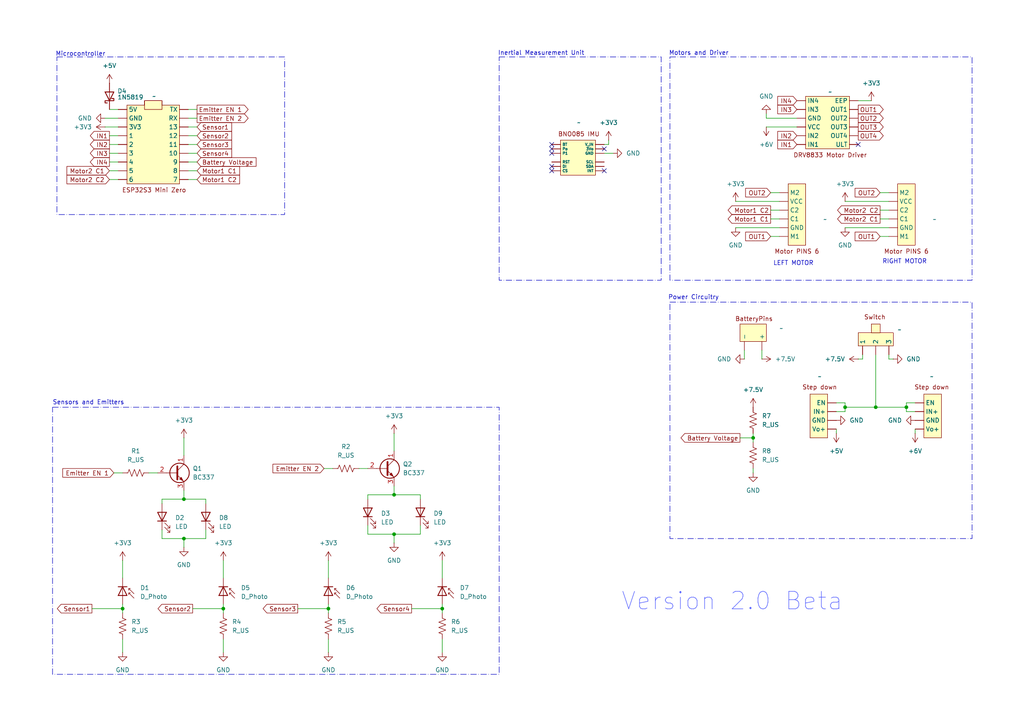
<source format=kicad_sch>
(kicad_sch (version 20250114) (generator "eeschema") (generator_version "9.0")
  (paper "A4")
  (lib_symbols
    (symbol "Device:D_Photo" (pin_numbers (hide yes)) (pin_names (hide yes))
      (property "Reference" "D" (at 0.508 1.778 0))
      (property "Value" "D_Photo" (at -1.016 -2.794 0))
      (symbol "D_Photo_0_1"
        (polyline (pts (xy -2.54 1.27) (xy -2.54 -1.27)) (stroke (width 0.254)))
        (polyline (pts (xy -2.032 1.778) (xy -1.524 1.778)))
        (polyline (pts (xy -0.508 3.302) (xy -2.032 1.778) (xy -2.032 2.286)))
        (polyline (pts (xy 0 0) (xy -2.54 0)))
        (polyline (pts (xy 0 -1.27) (xy 0 1.27) (xy -2.54 0) (xy 0 -1.27)) (stroke (width 0.254)))
        (polyline (pts (xy 0.762 3.302) (xy -0.762 1.778) (xy -0.762 2.286) (xy -0.762 1.778) (xy -0.254 1.778)))
      )
      (symbol "D_Photo_1_1"
        (pin passive line (at -5.08 0 0) (length 2.54) (name "K") (number "1"))
        (pin passive line (at 2.54 0 180) (length 2.54) (name "A") (number "2"))
      )
    )
    (symbol "Device:LED" (pin_numbers (hide yes)) (pin_names (offset 1.016) (hide yes))
      (property "Reference" "D" (at 0 2.54 0))
      (property "Value" "LED" (at 0 -2.54 0))
      (symbol "LED_0_1"
        (polyline (pts (xy -3.048 -0.762) (xy -4.572 -2.286) (xy -3.81 -2.286) (xy -4.572 -2.286) (xy -4.572 -1.524)))
        (polyline (pts (xy -1.778 -0.762) (xy -3.302 -2.286) (xy -2.54 -2.286) (xy -3.302 -2.286) (xy -3.302 -1.524)))
        (polyline (pts (xy -1.27 0) (xy 1.27 0)))
        (polyline (pts (xy -1.27 -1.27) (xy -1.27 1.27)) (stroke (width 0.254)))
        (polyline (pts (xy 1.27 -1.27) (xy 1.27 1.27) (xy -1.27 0) (xy 1.27 -1.27)) (stroke (width 0.254)))
      )
      (symbol "LED_1_1"
        (pin passive line (at -3.81 0 0) (length 2.54) (name "K") (number "1"))
        (pin passive line (at 3.81 0 180) (length 2.54) (name "A") (number "2"))
      )
    )
    (symbol "Device:R_US" (pin_numbers (hide yes)) (pin_names (offset 0))
      (property "Reference" "R" (at 2.54 0 90))
      (property "Value" "R_US" (at -2.54 0 90))
      (symbol "R_US_0_1"
        (polyline (pts (xy 0 2.286) (xy 0 2.54)))
        (polyline (pts (xy 0 2.286) (xy 1.016 1.905) (xy 0 1.524) (xy -1.016 1.143) (xy 0 0.762)))
        (polyline (pts (xy 0 0.762) (xy 1.016 0.381) (xy 0 0) (xy -1.016 -0.381) (xy 0 -0.762)))
        (polyline (pts (xy 0 -0.762) (xy 1.016 -1.143) (xy 0 -1.524) (xy -1.016 -1.905) (xy 0 -2.286)))
        (polyline (pts (xy 0 -2.286) (xy 0 -2.54)))
      )
      (symbol "R_US_1_1"
        (pin passive line (at 0 3.81 270) (length 1.27) (name "~") (number "1"))
        (pin passive line (at 0 -3.81 90) (length 1.27) (name "~") (number "2"))
      )
    )
    (symbol "Diode:1N5819" (pin_numbers (hide yes)) (pin_names (offset 1.016) (hide yes))
      (property "Reference" "D" (at 0 2.54 0))
      (property "Value" "1N5819" (at 0 -2.54 0))
      (symbol "1N5819_0_1"
        (polyline (pts (xy -1.905 0.635) (xy -1.905 1.27) (xy -1.27 1.27) (xy -1.27 -1.27) (xy -0.635 -1.27) (xy -0.635 -0.635)) (stroke (width 0.254)))
        (polyline (pts (xy 1.27 1.27) (xy 1.27 -1.27) (xy -1.27 0) (xy 1.27 1.27)) (stroke (width 0.254)))
        (polyline (pts (xy 1.27 0) (xy -1.27 0)))
      )
      (symbol "1N5819_1_1"
        (pin passive line (at -3.81 0 0) (length 2.54) (name "K") (number "1"))
        (pin passive line (at 3.81 0 180) (length 2.54) (name "A") (number "2"))
      )
    )
    (symbol "MotorPin6_1"
      (symbol "MotorPin6_1_1_1"
        (rectangle (start -2.54 15.24) (end 2.54 -2.54) (fill (type background)))
        (text "Motor PINS 6" (at 0 -4.318 0) (effects (font (size 1.27 1.27))))
        (pin passive line (at -5.08 12.7 0) (length 2.54) (name "M2") (number ""))
        (pin passive line (at -5.08 10.16 0) (length 2.54) (name "VCC") (number ""))
        (pin passive line (at -5.08 7.62 0) (length 2.54) (name "C2") (number ""))
        (pin passive line (at -5.08 5.08 0) (length 2.54) (name "C1") (number ""))
        (pin passive line (at -5.08 2.54 0) (length 2.54) (name "GND") (number ""))
        (pin passive line (at -5.08 0 0) (length 2.54) (name "M1") (number ""))
      )
    )
    (symbol "Step_down_1"
      (symbol "Step_down_1_1_1"
        (rectangle (start -5.08 21.59) (end 0 8.89) (fill (type background)))
        (text "Step down" (at -2.286 23.622 0) (effects (font (size 1.27 1.27))))
        (pin bidirectional line (at 2.54 19.05 180) (length 2.54) (name "EN") (number ""))
        (pin bidirectional line (at 2.54 16.51 180) (length 2.54) (name "IN+") (number ""))
        (pin bidirectional line (at 2.54 13.97 180) (length 2.54) (name "GND") (number ""))
        (pin bidirectional line (at 2.54 11.43 180) (length 2.54) (name "Vo+") (number ""))
      )
    )
    (symbol "Transistor_BJT:BC337" (pin_names (offset 0) (hide yes))
      (property "Reference" "Q" (at 5.08 1.905 0))
      (property "Value" "BC337" (at 5.08 0 0))
      (symbol "BC337_0_1"
        (polyline (pts (xy -2.54 0) (xy 0.635 0)))
        (polyline (pts (xy 0.635 1.905) (xy 0.635 -1.905)) (stroke (width 0.508)))
        (circle (center 1.27 0) (radius 2.8194) (stroke (width 0.254)))
      )
      (symbol "BC337_1_1"
        (polyline (pts (xy 0.635 0.635) (xy 2.54 2.54)))
        (polyline (pts (xy 0.635 -0.635) (xy 2.54 -2.54)))
        (polyline (pts (xy 1.27 -1.778) (xy 1.778 -1.27) (xy 2.286 -2.286) (xy 1.27 -1.778)) (fill (type outline)))
        (pin input line (at -5.08 0 0) (length 2.54) (name "B") (number "2"))
        (pin passive line (at 2.54 5.08 270) (length 2.54) (name "C") (number "1"))
        (pin passive line (at 2.54 -5.08 90) (length 2.54) (name "E") (number "3"))
      )
    )
    (symbol "Turbo_Custom_Library:BNO085_IMU"
      (symbol "BNO085_IMU_1_1"
        (rectangle (start -5.08 5.08) (end 5.08 -5.08) (fill (type background)))
        (text "BNO085 IMU" (at 0.254 6.858 0) (effects (font (size 1.27 1.27))))
        (pin bidirectional line (at -7.62 3.81 0) (length 2.54) (name "BT") (number ""))
        (pin bidirectional line (at -7.62 2.54 0) (length 2.54) (name "Po") (number ""))
        (pin bidirectional line (at -7.62 1.27 0) (length 2.54) (name "P1") (number ""))
        (pin bidirectional line (at -7.62 -1.27 0) (length 2.54) (name "RST") (number ""))
        (pin bidirectional line (at -7.62 -2.54 0) (length 2.54) (name "DI") (number ""))
        (pin bidirectional line (at -7.62 -3.81 0) (length 2.54) (name "CS") (number ""))
        (pin bidirectional line (at 7.62 3.81 180) (length 2.54) (name "V_IN") (number ""))
        (pin bidirectional line (at 7.62 2.54 180) (length 2.54) (name "3Vo") (number ""))
        (pin bidirectional line (at 7.62 1.27 180) (length 2.54) (name "GND") (number ""))
        (pin bidirectional line (at 7.62 -1.27 180) (length 2.54) (name "SCL") (number ""))
        (pin bidirectional line (at 7.62 -2.54 180) (length 2.54) (name "SDA") (number ""))
        (pin bidirectional line (at 7.62 -3.81 180) (length 2.54) (name "INT") (number ""))
      )
    )
    (symbol "Turbo_Custom_Library:Battery"
      (property "Reference" "U" (at 0 0 0))
      (symbol "Battery_1_1"
        (rectangle (start -3.81 2.54) (end 3.81 -2.54) (fill (type background)))
        (text "BatteryPins" (at 0.254 4.064 0) (effects (font (size 1.27 1.27))))
        (pin power_out line (at -2.54 -5.08 90) (length 2.54) (name "-") (number ""))
        (pin power_out line (at 2.54 -5.08 90) (length 2.54) (name "+") (number ""))
      )
    )
    (symbol "Turbo_Custom_Library:DRV8833_Motor_Driver"
      (symbol "DRV8833_Motor_Driver_1_1"
        (rectangle (start -6.35 16.51) (end 6.35 1.27) (fill (type background)))
        (text "DRV8833 Motor Driver" (at 0.762 -0.508 0) (effects (font (size 1.27 1.27))))
        (pin bidirectional line (at -8.89 15.24 0) (length 2.54) (name "IN4") (number ""))
        (pin bidirectional line (at -8.89 12.7 0) (length 2.54) (name "IN3") (number ""))
        (pin bidirectional line (at -8.89 10.16 0) (length 2.54) (name "GND") (number ""))
        (pin bidirectional line (at -8.89 7.62 0) (length 2.54) (name "VCC") (number ""))
        (pin bidirectional line (at -8.89 5.08 0) (length 2.54) (name "IN2") (number ""))
        (pin bidirectional line (at -8.89 2.54 0) (length 2.54) (name "IN1") (number ""))
        (pin bidirectional line (at 8.89 15.24 180) (length 2.54) (name "EEP") (number ""))
        (pin bidirectional line (at 8.89 12.7 180) (length 2.54) (name "OUT1") (number ""))
        (pin bidirectional line (at 8.89 10.16 180) (length 2.54) (name "OUT2") (number ""))
        (pin bidirectional line (at 8.89 7.62 180) (length 2.54) (name "OUT3") (number ""))
        (pin bidirectional line (at 8.89 5.08 180) (length 2.54) (name "OUT4") (number ""))
        (pin bidirectional line (at 8.89 2.54 180) (length 2.54) (name "ULT") (number ""))
      )
    )
    (symbol "Turbo_Custom_Library:ESP32S3_Mini_Zero"
      (symbol "ESP32S3_Mini_Zero_0_1"
        (rectangle (start -2.54 24.13) (end 2.54 21.59))
      )
      (symbol "ESP32S3_Mini_Zero_1_1"
        (polyline (pts (xy 2.54 22.86) (xy 7.62 22.86) (xy 7.62 0) (xy -7.62 0) (xy -7.62 22.86) (xy -2.54 22.86) (xy -2.54 24.13) (xy 2.54 24.13) (xy 2.54 22.86)) (fill (type background)))
        (text "ESP32S3 Mini Zero" (at 0.254 -1.778 0) (effects (font (size 1.27 1.27))))
        (pin bidirectional line (at -10.16 21.59 0) (length 2.54) (name "5V") (number ""))
        (pin bidirectional line (at -10.16 19.05 0) (length 2.54) (name "GND") (number ""))
        (pin bidirectional line (at -10.16 16.51 0) (length 2.54) (name "3V3") (number ""))
        (pin bidirectional line (at -10.16 13.97 0) (length 2.54) (name "1") (number ""))
        (pin bidirectional line (at -10.16 11.43 0) (length 2.54) (name "2") (number ""))
        (pin bidirectional line (at -10.16 8.89 0) (length 2.54) (name "3") (number ""))
        (pin bidirectional line (at -10.16 6.35 0) (length 2.54) (name "4") (number ""))
        (pin bidirectional line (at -10.16 3.81 0) (length 2.54) (name "5") (number ""))
        (pin bidirectional line (at -10.16 1.27 0) (length 2.54) (name "6") (number ""))
        (pin bidirectional line (at 10.16 21.59 180) (length 2.54) (name "TX") (number ""))
        (pin bidirectional line (at 10.16 19.05 180) (length 2.54) (name "RX") (number ""))
        (pin bidirectional line (at 10.16 16.51 180) (length 2.54) (name "13") (number ""))
        (pin bidirectional line (at 10.16 13.97 180) (length 2.54) (name "12") (number ""))
        (pin bidirectional line (at 10.16 11.43 180) (length 2.54) (name "11") (number ""))
        (pin bidirectional line (at 10.16 8.89 180) (length 2.54) (name "10") (number ""))
        (pin bidirectional line (at 10.16 6.35 180) (length 2.54) (name "9") (number ""))
        (pin bidirectional line (at 10.16 3.81 180) (length 2.54) (name "8") (number ""))
        (pin bidirectional line (at 10.16 1.27 180) (length 2.54) (name "7") (number ""))
      )
    )
    (symbol "Turbo_Custom_Library:MotorPin6"
      (symbol "MotorPin6_1_1"
        (rectangle (start -2.54 15.24) (end 2.54 -2.54) (fill (type background)))
        (text "Motor PINS 6" (at 0 -4.318 0) (effects (font (size 1.27 1.27))))
        (pin passive line (at -5.08 12.7 0) (length 2.54) (name "M2") (number ""))
        (pin passive line (at -5.08 10.16 0) (length 2.54) (name "VCC") (number ""))
        (pin passive line (at -5.08 7.62 0) (length 2.54) (name "C2") (number ""))
        (pin passive line (at -5.08 5.08 0) (length 2.54) (name "C1") (number ""))
        (pin passive line (at -5.08 2.54 0) (length 2.54) (name "GND") (number ""))
        (pin passive line (at -5.08 0 0) (length 2.54) (name "M1") (number ""))
      )
    )
    (symbol "Turbo_Custom_Library:Step_down"
      (symbol "Step_down_1_1"
        (rectangle (start -5.08 21.59) (end 0 8.89) (fill (type background)))
        (text "Step down" (at -2.286 23.622 0) (effects (font (size 1.27 1.27))))
        (pin bidirectional line (at 2.54 19.05 180) (length 2.54) (name "EN") (number ""))
        (pin bidirectional line (at 2.54 16.51 180) (length 2.54) (name "IN+") (number ""))
        (pin bidirectional line (at 2.54 13.97 180) (length 2.54) (name "GND") (number ""))
        (pin bidirectional line (at 2.54 11.43 180) (length 2.54) (name "Vo+") (number ""))
      )
    )
    (symbol "Turbo_Custom_Library:Switch"
      (property "Reference" "U" (at 2.54 1.27 0))
      (symbol "Switch_1_1"
        (rectangle (start -5.08 -1.27) (end 5.08 -5.08) (fill (type background)))
        (rectangle (start -1.27 1.27) (end 1.27 -1.27) (fill (type background)))
        (text "Switch" (at -0.254 3.302 0) (effects (font (size 1.27 1.27))))
        (pin passive line (at -3.81 -7.62 90) (length 2.54) (name "1") (number ""))
        (pin passive line (at 0 -7.62 90) (length 2.54) (name "2") (number ""))
        (pin passive line (at 3.81 -7.62 90) (length 2.54) (name "3") (number ""))
      )
    )
    (symbol "power:+3V3" (power) (pin_numbers (hide yes)) (pin_names (offset 0) (hide yes))
      (property "Value" "+3V3" (at 0 3.556 0))
      (symbol "+3V3_0_1"
        (polyline (pts (xy -0.762 1.27) (xy 0 2.54)))
        (polyline (pts (xy 0 2.54) (xy 0.762 1.27)))
        (polyline (pts (xy 0 0) (xy 0 2.54)))
      )
      (symbol "+3V3_1_1"
        (pin power_in line (at 0 0 90) (length 0) (name "~") (number "1"))
      )
    )
    (symbol "power:+5V" (power) (pin_numbers (hide yes)) (pin_names (offset 0) (hide yes))
      (property "Value" "+5V" (at 0 3.556 0))
      (symbol "+5V_0_1"
        (polyline (pts (xy -0.762 1.27) (xy 0 2.54)))
        (polyline (pts (xy 0 2.54) (xy 0.762 1.27)))
        (polyline (pts (xy 0 0) (xy 0 2.54)))
      )
      (symbol "+5V_1_1"
        (pin power_in line (at 0 0 90) (length 0) (name "~") (number "1"))
      )
    )
    (symbol "power:+6V" (power) (pin_numbers (hide yes)) (pin_names (offset 0) (hide yes))
      (property "Value" "+6V" (at 0 3.556 0))
      (symbol "+6V_0_1"
        (polyline (pts (xy -0.762 1.27) (xy 0 2.54)))
        (polyline (pts (xy 0 2.54) (xy 0.762 1.27)))
        (polyline (pts (xy 0 0) (xy 0 2.54)))
      )
      (symbol "+6V_1_1"
        (pin power_in line (at 0 0 90) (length 0) (name "~") (number "1"))
      )
    )
    (symbol "power:+7.5V" (power) (pin_numbers (hide yes)) (pin_names (offset 0) (hide yes))
      (property "Value" "+7.5V" (at 0 3.556 0))
      (symbol "+7.5V_0_1"
        (polyline (pts (xy -0.762 1.27) (xy 0 2.54)))
        (polyline (pts (xy 0 2.54) (xy 0.762 1.27)))
        (polyline (pts (xy 0 0) (xy 0 2.54)))
      )
      (symbol "+7.5V_1_1"
        (pin power_in line (at 0 0 90) (length 0) (name "~") (number "1"))
      )
    )
    (symbol "power:GND" (power) (pin_numbers (hide yes)) (pin_names (offset 0) (hide yes))
      (property "Value" "GND" (at 0 -3.81 0))
      (symbol "GND_0_1"
        (polyline (pts (xy 0 0) (xy 0 -1.27) (xy 1.27 -1.27) (xy 0 -2.54) (xy -1.27 -1.27) (xy 0 -1.27)))
      )
      (symbol "GND_1_1"
        (pin power_in line (at 0 0 270) (length 0) (name "~") (number "1"))
      )
    )
  )
  (rectangle (start 15.24 118.11) (end 144.78 195.58) (stroke (width 0) (type dash_dot)))
  (rectangle (start 194.31 87.63) (end 281.94 156.21) (stroke (width 0) (type dash_dot)))
  (rectangle (start 144.78 16.51) (end 191.77 81.28) (stroke (width 0) (type dash_dot)))
  (rectangle (start 16.51 16.51) (end 82.55 62.23) (stroke (width 0) (type dash_dot)))
  (rectangle (start 194.31 16.51) (end 281.94 81.28) (stroke (width 0) (type dash_dot)))
  (text "LEFT MOTOR" (at 230.124 76.454 0) (effects (font (size 1.27 1.27))))
  (text "RIGHT MOTOR" (at 262.382 75.946 0) (effects (font (size 1.27 1.27))))
  (text "Motors and Driver" (at 202.692 15.494 0) (effects (font (size 1.27 1.27))))
  (text "Power Circuitry" (at 201.168 86.36 0) (effects (font (size 1.27 1.27))))
  (text "Inertial Measurement Unit" (at 156.972 15.494 0) (effects (font (size 1.27 1.27))))
  (text "Version 2.0 Beta" (at 212.344 174.498 0) (effects (font (size 5.08 5.08))))
  (text "Microcontroller" (at 23.368 15.748 0) (effects (font (size 1.27 1.27))))
  (text "Sensors and Emitters" (at 25.654 116.84 0) (effects (font (size 1.27 1.27))))
  (junction (at 53.34 144.78))
  (junction (at 95.25 176.53))
  (junction (at 114.3 154.94))
  (junction (at 262.89 118.11))
  (junction (at 245.11 118.11))
  (junction (at 254 118.11))
  (junction (at 64.77 176.53))
  (junction (at 128.27 176.53))
  (junction (at 35.56 176.53))
  (junction (at 114.3 143.51))
  (junction (at 53.34 156.21))
  (junction (at 218.44 127))
  (no_connect (at 160.02 49.53))
  (no_connect (at 160.02 48.26))
  (no_connect (at 160.02 44.45))
  (no_connect (at 175.26 43.18))
  (no_connect (at 248.92 41.91))
  (no_connect (at 175.26 49.53))
  (no_connect (at 160.02 43.18))
  (no_connect (at 160.02 41.91))
  (wire (pts (xy 31.75 39.37) (xy 34.29 39.37)))
  (wire (pts (xy 255.27 68.58) (xy 257.81 68.58)))
  (wire (pts (xy 93.98 135.89) (xy 96.52 135.89)))
  (wire (pts (xy 222.25 36.83) (xy 231.14 36.83)))
  (wire (pts (xy 46.99 153.67) (xy 46.99 156.21)))
  (wire (pts (xy 46.99 144.78) (xy 46.99 146.05)))
  (wire (pts (xy 64.77 176.53) (xy 64.77 175.26)))
  (wire (pts (xy 106.68 154.94) (xy 114.3 154.94)))
  (wire (pts (xy 262.89 118.11) (xy 262.89 116.84)))
  (wire (pts (xy 54.61 41.91) (xy 57.15 41.91)))
  (wire (pts (xy 31.75 41.91) (xy 34.29 41.91)))
  (wire (pts (xy 218.44 127) (xy 218.44 128.27)))
  (wire (pts (xy 214.63 127) (xy 218.44 127)))
  (wire (pts (xy 64.77 185.42) (xy 64.77 189.23)))
  (wire (pts (xy 128.27 177.8) (xy 128.27 176.53)))
  (wire (pts (xy 30.48 36.83) (xy 34.29 36.83)))
  (wire (pts (xy 95.25 177.8) (xy 95.25 176.53)))
  (wire (pts (xy 223.52 63.5) (xy 226.06 63.5)))
  (wire (pts (xy 175.26 41.91) (xy 176.53 41.91)))
  (wire (pts (xy 223.52 55.88) (xy 226.06 55.88)))
  (wire (pts (xy 35.56 176.53) (xy 35.56 175.26)))
  (wire (pts (xy 128.27 185.42) (xy 128.27 189.23)))
  (wire (pts (xy 114.3 125.73) (xy 114.3 130.81)))
  (wire (pts (xy 53.34 156.21) (xy 53.34 158.75)))
  (wire (pts (xy 31.75 52.07) (xy 34.29 52.07)))
  (wire (pts (xy 35.56 177.8) (xy 35.56 176.53)))
  (wire (pts (xy 53.34 144.78) (xy 59.69 144.78)))
  (wire (pts (xy 54.61 31.75) (xy 57.15 31.75)))
  (wire (pts (xy 30.48 34.29) (xy 34.29 34.29)))
  (wire (pts (xy 31.75 44.45) (xy 34.29 44.45)))
  (wire (pts (xy 245.11 118.11) (xy 254 118.11)))
  (wire (pts (xy 54.61 49.53) (xy 57.15 49.53)))
  (wire (pts (xy 46.99 144.78) (xy 53.34 144.78)))
  (wire (pts (xy 64.77 177.8) (xy 64.77 176.53)))
  (wire (pts (xy 252.73 29.21) (xy 248.92 29.21)))
  (wire (pts (xy 218.44 135.89) (xy 218.44 137.16)))
  (wire (pts (xy 95.25 162.56) (xy 95.25 167.64)))
  (wire (pts (xy 128.27 162.56) (xy 128.27 167.64)))
  (wire (pts (xy 54.61 52.07) (xy 57.15 52.07)))
  (wire (pts (xy 218.44 125.73) (xy 218.44 127)))
  (wire (pts (xy 119.38 176.53) (xy 128.27 176.53)))
  (wire (pts (xy 59.69 153.67) (xy 59.69 156.21)))
  (wire (pts (xy 265.43 119.38) (xy 262.89 119.38)))
  (wire (pts (xy 255.27 60.96) (xy 257.81 60.96)))
  (wire (pts (xy 54.61 44.45) (xy 57.15 44.45)))
  (wire (pts (xy 114.3 143.51) (xy 121.92 143.51)))
  (wire (pts (xy 33.02 137.16) (xy 35.56 137.16)))
  (wire (pts (xy 245.11 118.11) (xy 245.11 116.84)))
  (wire (pts (xy 54.61 34.29) (xy 57.15 34.29)))
  (wire (pts (xy 64.77 162.56) (xy 64.77 167.64)))
  (wire (pts (xy 242.57 124.46) (xy 242.57 125.73)))
  (wire (pts (xy 175.26 44.45) (xy 177.8 44.45)))
  (wire (pts (xy 106.68 152.4) (xy 106.68 154.94)))
  (wire (pts (xy 250.19 104.14) (xy 248.92 104.14)))
  (wire (pts (xy 257.81 104.14) (xy 259.08 104.14)))
  (wire (pts (xy 55.88 176.53) (xy 64.77 176.53)))
  (wire (pts (xy 245.11 119.38) (xy 245.11 118.11)))
  (wire (pts (xy 220.98 101.6) (xy 220.98 104.14)))
  (wire (pts (xy 213.36 58.42) (xy 226.06 58.42)))
  (wire (pts (xy 128.27 176.53) (xy 128.27 175.26)))
  (wire (pts (xy 265.43 116.84) (xy 262.89 116.84)))
  (wire (pts (xy 106.68 143.51) (xy 114.3 143.51)))
  (wire (pts (xy 250.19 104.14) (xy 250.19 102.87)))
  (wire (pts (xy 114.3 154.94) (xy 114.3 157.48)))
  (wire (pts (xy 222.25 33.02) (xy 222.25 34.29)))
  (wire (pts (xy 114.3 143.51) (xy 114.3 140.97)))
  (wire (pts (xy 54.61 36.83) (xy 57.15 36.83)))
  (wire (pts (xy 26.67 176.53) (xy 35.56 176.53)))
  (wire (pts (xy 223.52 68.58) (xy 226.06 68.58)))
  (wire (pts (xy 176.53 40.64) (xy 176.53 41.91)))
  (wire (pts (xy 31.75 31.75) (xy 34.29 31.75)))
  (wire (pts (xy 245.11 66.04) (xy 257.81 66.04)))
  (wire (pts (xy 35.56 162.56) (xy 35.56 167.64)))
  (wire (pts (xy 43.18 137.16) (xy 45.72 137.16)))
  (wire (pts (xy 257.81 102.87) (xy 257.81 104.14)))
  (wire (pts (xy 255.27 55.88) (xy 257.81 55.88)))
  (wire (pts (xy 31.75 49.53) (xy 34.29 49.53)))
  (wire (pts (xy 215.9 101.6) (xy 215.9 104.14)))
  (wire (pts (xy 46.99 156.21) (xy 53.34 156.21)))
  (wire (pts (xy 53.34 144.78) (xy 53.34 142.24)))
  (wire (pts (xy 265.43 124.46) (xy 265.43 125.73)))
  (wire (pts (xy 254 118.11) (xy 262.89 118.11)))
  (wire (pts (xy 95.25 185.42) (xy 95.25 189.23)))
  (wire (pts (xy 121.92 152.4) (xy 121.92 154.94)))
  (wire (pts (xy 35.56 185.42) (xy 35.56 189.23)))
  (wire (pts (xy 121.92 144.78) (xy 121.92 143.51)))
  (wire (pts (xy 31.75 46.99) (xy 34.29 46.99)))
  (wire (pts (xy 95.25 176.53) (xy 95.25 175.26)))
  (wire (pts (xy 242.57 119.38) (xy 245.11 119.38)))
  (wire (pts (xy 213.36 66.04) (xy 226.06 66.04)))
  (wire (pts (xy 114.3 154.94) (xy 121.92 154.94)))
  (wire (pts (xy 242.57 116.84) (xy 245.11 116.84)))
  (wire (pts (xy 53.34 156.21) (xy 59.69 156.21)))
  (wire (pts (xy 54.61 46.99) (xy 57.15 46.99)))
  (wire (pts (xy 245.11 58.42) (xy 257.81 58.42)))
  (wire (pts (xy 254 102.87) (xy 254 118.11)))
  (wire (pts (xy 86.36 176.53) (xy 95.25 176.53)))
  (wire (pts (xy 53.34 127) (xy 53.34 132.08)))
  (wire (pts (xy 223.52 60.96) (xy 226.06 60.96)))
  (wire (pts (xy 104.14 135.89) (xy 106.68 135.89)))
  (wire (pts (xy 255.27 63.5) (xy 257.81 63.5)))
  (wire (pts (xy 106.68 143.51) (xy 106.68 144.78)))
  (wire (pts (xy 59.69 146.05) (xy 59.69 144.78)))
  (wire (pts (xy 54.61 39.37) (xy 57.15 39.37)))
  (wire (pts (xy 222.25 34.29) (xy 231.14 34.29)))
  (wire (pts (xy 262.89 119.38) (xy 262.89 118.11)))
  (global_label "Motor2 C1" (shape output) (at 255.27 63.5 180) (property "Intersheetrefs" "${INTERSHEET_REFS}" (effects (hide yes))))
  (global_label "Battery Voltage" (shape input) (at 57.15 46.99 0) (property "Intersheetrefs" "${INTERSHEET_REFS}" (effects (hide yes))))
  (global_label "Battery Voltage" (shape output) (at 214.63 127 180) (property "Intersheetrefs" "${INTERSHEET_REFS}" (effects (hide yes))))
  (global_label "Motor1 C1" (shape input) (at 57.15 49.53 0) (property "Intersheetrefs" "${INTERSHEET_REFS}" (effects (hide yes))))
  (global_label "IN1" (shape output) (at 31.75 39.37 180) (property "Intersheetrefs" "${INTERSHEET_REFS}" (effects (hide yes))))
  (global_label "Motor2 C2" (shape output) (at 255.27 60.96 180) (property "Intersheetrefs" "${INTERSHEET_REFS}" (effects (hide yes))))
  (global_label "IN1" (shape input) (at 231.14 41.91 180) (property "Intersheetrefs" "${INTERSHEET_REFS}" (effects (hide yes))))
  (global_label "OUT2" (shape input) (at 223.52 55.88 180) (property "Intersheetrefs" "${INTERSHEET_REFS}" (effects (hide yes))))
  (global_label "IN3" (shape output) (at 31.75 44.45 180) (property "Intersheetrefs" "${INTERSHEET_REFS}" (effects (hide yes))))
  (global_label "Motor1 C2" (shape output) (at 223.52 60.96 180) (property "Intersheetrefs" "${INTERSHEET_REFS}" (effects (hide yes))))
  (global_label "IN4" (shape output) (at 31.75 46.99 180) (property "Intersheetrefs" "${INTERSHEET_REFS}" (effects (hide yes))))
  (global_label "IN3" (shape input) (at 231.14 31.75 180) (property "Intersheetrefs" "${INTERSHEET_REFS}" (effects (hide yes))))
  (global_label "OUT1" (shape input) (at 223.52 68.58 180) (property "Intersheetrefs" "${INTERSHEET_REFS}" (effects (hide yes))))
  (global_label "Emitter EN 2" (shape input) (at 93.98 135.89 180) (property "Intersheetrefs" "${INTERSHEET_REFS}" (effects (hide yes))))
  (global_label "Motor1 C2" (shape input) (at 57.15 52.07 0) (property "Intersheetrefs" "${INTERSHEET_REFS}" (effects (hide yes))))
  (global_label "Sensor3" (shape input) (at 57.15 41.91 0) (property "Intersheetrefs" "${INTERSHEET_REFS}" (effects (hide yes))))
  (global_label "Motor1 C1" (shape output) (at 223.52 63.5 180) (property "Intersheetrefs" "${INTERSHEET_REFS}" (effects (hide yes))))
  (global_label "IN2" (shape input) (at 231.14 39.37 180) (property "Intersheetrefs" "${INTERSHEET_REFS}" (effects (hide yes))))
  (global_label "Emitter EN 2" (shape output) (at 57.15 34.29 0) (property "Intersheetrefs" "${INTERSHEET_REFS}" (effects (hide yes))))
  (global_label "OUT3" (shape output) (at 248.92 36.83 0) (property "Intersheetrefs" "${INTERSHEET_REFS}" (effects (hide yes))))
  (global_label "Emitter EN 1" (shape input) (at 33.02 137.16 180) (property "Intersheetrefs" "${INTERSHEET_REFS}" (effects (hide yes))))
  (global_label "IN2" (shape output) (at 31.75 41.91 180) (property "Intersheetrefs" "${INTERSHEET_REFS}" (effects (hide yes))))
  (global_label "Sensor1" (shape output) (at 26.67 176.53 180) (property "Intersheetrefs" "${INTERSHEET_REFS}" (effects (hide yes))))
  (global_label "Sensor4" (shape input) (at 57.15 44.45 0) (property "Intersheetrefs" "${INTERSHEET_REFS}" (effects (hide yes))))
  (global_label "Sensor1" (shape input) (at 57.15 36.83 0) (property "Intersheetrefs" "${INTERSHEET_REFS}" (effects (hide yes))))
  (global_label "Motor2 C1" (shape input) (at 31.75 49.53 180) (property "Intersheetrefs" "${INTERSHEET_REFS}" (effects (hide yes))))
  (global_label "OUT4" (shape output) (at 248.92 39.37 0) (property "Intersheetrefs" "${INTERSHEET_REFS}" (effects (hide yes))))
  (global_label "OUT2" (shape input) (at 255.27 55.88 180) (property "Intersheetrefs" "${INTERSHEET_REFS}" (effects (hide yes))))
  (global_label "Sensor4" (shape output) (at 119.38 176.53 180) (property "Intersheetrefs" "${INTERSHEET_REFS}" (effects (hide yes))))
  (global_label "IN4" (shape input) (at 231.14 29.21 180) (property "Intersheetrefs" "${INTERSHEET_REFS}" (effects (hide yes))))
  (global_label "OUT1" (shape input) (at 255.27 68.58 180) (property "Intersheetrefs" "${INTERSHEET_REFS}" (effects (hide yes))))
  (global_label "OUT1" (shape output) (at 248.92 31.75 0) (property "Intersheetrefs" "${INTERSHEET_REFS}" (effects (hide yes))))
  (global_label "Sensor3" (shape output) (at 86.36 176.53 180) (property "Intersheetrefs" "${INTERSHEET_REFS}" (effects (hide yes))))
  (global_label "Sensor2" (shape input) (at 57.15 39.37 0) (property "Intersheetrefs" "${INTERSHEET_REFS}" (effects (hide yes))))
  (global_label "OUT2" (shape output) (at 248.92 34.29 0) (property "Intersheetrefs" "${INTERSHEET_REFS}" (effects (hide yes))))
  (global_label "Emitter EN 1" (shape output) (at 57.15 31.75 0) (property "Intersheetrefs" "${INTERSHEET_REFS}" (effects (hide yes))))
  (global_label "Sensor2" (shape output) (at 55.88 176.53 180) (property "Intersheetrefs" "${INTERSHEET_REFS}" (effects (hide yes))))
  (global_label "Motor2 C2" (shape input) (at 31.75 52.07 180) (property "Intersheetrefs" "${INTERSHEET_REFS}" (effects (hide yes))))
  (symbol (lib_id "Device:D_Photo") (at 35.56 172.72 270) (unit 1)
    (property "Reference" "D1" (at 40.64 170.4974 90) (effects (justify left)))
    (property "Value" "D_Photo" (at 40.64 173.0374 90) (effects (justify left)))
    (property "Description" "Photodiode" (effects (hide yes)))
  )
  (symbol (lib_id "Turbo_Custom_Library:ESP32S3_Mini_Zero") (at 44.45 53.34 0) (unit 1)
    (property "Reference" "U1" (effects (hide yes)))
    (property "Value" "~" (at 44.704 27.94 0))
  )
  (symbol (lib_id "Device:LED") (at 59.69 149.86 90) (unit 1)
    (property "Reference" "D8" (at 63.5 150.1774 90) (effects (justify right)))
    (property "Value" "LED" (at 63.5 152.7174 90) (effects (justify right)))
    (property "Description" "Light emitting diode" (effects (hide yes)))
    (property "Sim.Pins" "1=K 2=A" (effects (hide yes)))
  )
  (symbol (lib_id "power:GND") (at 30.48 34.29 270) (unit 1)
    (property "Reference" "#PWR02" (effects (hide yes)))
    (property "Value" "GND" (at 26.67 34.2899 90) (effects (justify right)))
    (property "Description" "Power symbol creates a global label with name \"GND\" , ground" (effects (hide yes)))
  )
  (symbol (lib_id "power:GND") (at 222.25 33.02 180) (unit 1)
    (property "Reference" "#PWR07" (effects (hide yes)))
    (property "Value" "GND" (at 222.25 27.94 0))
    (property "Description" "Power symbol creates a global label with name \"GND\" , ground" (effects (hide yes)))
  )
  (symbol (lib_id "Turbo_Custom_Library:Battery") (at 218.44 96.52 0) (unit 1)
    (property "Reference" "U5" (effects (hide yes)))
    (property "Value" "~" (at 226.06 95.2472 0) (effects (justify left)))
  )
  (symbol (lib_id "Turbo_Custom_Library:MotorPin6") (at 231.14 68.58 0) (unit 1)
    (property "Reference" "U3" (effects (hide yes)))
    (property "Value" "~" (at 238.76 63.6298 0) (effects (justify left)))
  )
  (symbol (lib_id "power:GND") (at 177.8 44.45 90) (unit 1)
    (property "Reference" "#PWR032" (effects (hide yes)))
    (property "Value" "GND" (at 181.61 44.4499 90) (effects (justify right)))
    (property "Description" "Power symbol creates a global label with name \"GND\" , ground" (effects (hide yes)))
  )
  (symbol (lib_id "power:+6V") (at 265.43 125.73 0) (mirror x) (unit 1)
    (property "Reference" "#PWR025" (effects (hide yes)))
    (property "Value" "+6V" (at 265.43 130.81 0))
    (property "Description" "Power symbol creates a global label with name \"+6V\"" (effects (hide yes)))
  )
  (symbol (lib_id "power:+6V") (at 222.25 36.83 0) (mirror x) (unit 1)
    (property "Reference" "#PWR029" (effects (hide yes)))
    (property "Value" "+6V" (at 222.25 41.91 0))
    (property "Description" "Power symbol creates a global label with name \"+6V\"" (effects (hide yes)))
  )
  (symbol (lib_name "MotorPin6_1") (lib_id "Turbo_Custom_Library:MotorPin6") (at 262.89 68.58 0) (unit 1)
    (property "Reference" "U4" (effects (hide yes)))
    (property "Value" "~" (at 270.51 63.6298 0) (effects (justify left)))
  )
  (symbol (lib_id "power:+3V3") (at 245.11 58.42 0) (unit 1)
    (property "Reference" "#PWR022" (effects (hide yes)))
    (property "Value" "+3V3" (at 245.11 53.34 0))
    (property "Description" "Power symbol creates a global label with name \"+3V3\"" (effects (hide yes)))
  )
  (symbol (lib_id "power:+3V3") (at 128.27 162.56 0) (unit 1)
    (property "Reference" "#PWR015" (effects (hide yes)))
    (property "Value" "+3V3" (at 128.27 157.48 0))
    (property "Description" "Power symbol creates a global label with name \"+3V3\"" (effects (hide yes)))
  )
  (symbol (lib_id "Device:R_US") (at 218.44 121.92 0) (unit 1)
    (property "Reference" "R7" (at 220.98 120.6499 0) (effects (justify left)))
    (property "Value" "R_US" (at 220.98 123.1899 0) (effects (justify left)))
    (property "Description" "Resistor, US symbol" (effects (hide yes)))
  )
  (symbol (lib_id "Turbo_Custom_Library:Switch") (at 254 95.25 0) (unit 1)
    (property "Reference" "U6" (effects (hide yes)))
    (property "Value" "~" (at 260.35 95.6282 0) (effects (justify left)))
  )
  (symbol (lib_id "power:+7.5V") (at 218.44 118.11 0) (unit 1)
    (property "Reference" "#PWR033" (effects (hide yes)))
    (property "Value" "+7.5V" (at 218.44 113.03 0))
    (property "Description" "Power symbol creates a global label with name \"+7.5V\"" (effects (hide yes)))
  )
  (symbol (lib_id "Transistor_BJT:BC337") (at 50.8 137.16 0) (unit 1)
    (property "Reference" "Q1" (at 55.88 135.8899 0) (effects (justify left)))
    (property "Value" "BC337" (at 55.88 138.4299 0) (effects (justify left)))
    (property "Footprint" "Package_TO_SOT_THT:TO-92_Inline" (effects (hide yes)))
    (property "Datasheet" "https://diotec.com/tl_files/diotec/files/pdf/datasheets/bc337.pdf" (effects (hide yes)))
    (property "Description" "0.8A Ic, 45V Vce, NPN Transistor, TO-92" (effects (hide yes)))
  )
  (symbol (lib_id "Device:R_US") (at 35.56 181.61 0) (unit 1)
    (property "Reference" "R3" (at 38.1 180.3399 0) (effects (justify left)))
    (property "Value" "R_US" (at 38.1 182.8799 0) (effects (justify left)))
    (property "Description" "Resistor, US symbol" (effects (hide yes)))
  )
  (symbol (lib_id "Device:LED") (at 46.99 149.86 90) (unit 1)
    (property "Reference" "D2" (at 50.8 150.1774 90) (effects (justify right)))
    (property "Value" "LED" (at 50.8 152.7174 90) (effects (justify right)))
    (property "Description" "Light emitting diode" (effects (hide yes)))
    (property "Sim.Pins" "1=K 2=A" (effects (hide yes)))
  )
  (symbol (lib_id "power:GND") (at 218.44 137.16 0) (unit 1)
    (property "Reference" "#PWR034" (effects (hide yes)))
    (property "Value" "GND" (at 218.44 142.24 0))
    (property "Description" "Power symbol creates a global label with name \"GND\" , ground" (effects (hide yes)))
  )
  (symbol (lib_id "power:+3V3") (at 114.3 125.73 0) (unit 1)
    (property "Reference" "#PWR06" (effects (hide yes)))
    (property "Value" "+3V3" (at 114.3 120.65 0))
    (property "Description" "Power symbol creates a global label with name \"+3V3\"" (effects (hide yes)))
  )
  (symbol (lib_id "power:GND") (at 64.77 189.23 0) (unit 1)
    (property "Reference" "#PWR012" (effects (hide yes)))
    (property "Value" "GND" (at 64.77 194.31 0))
    (property "Description" "Power symbol creates a global label with name \"GND\" , ground" (effects (hide yes)))
  )
  (symbol (lib_id "power:+5V") (at 31.75 24.13 0) (unit 1)
    (property "Reference" "#PWR028" (effects (hide yes)))
    (property "Value" "+5V" (at 31.75 19.05 0))
    (property "Description" "Power symbol creates a global label with name \"+5V\"" (effects (hide yes)))
  )
  (symbol (lib_id "Device:R_US") (at 95.25 181.61 0) (unit 1)
    (property "Reference" "R5" (at 97.79 180.3399 0) (effects (justify left)))
    (property "Value" "R_US" (at 97.79 182.8799 0) (effects (justify left)))
    (property "Description" "Resistor, US symbol" (effects (hide yes)))
  )
  (symbol (lib_id "power:GND") (at 95.25 189.23 0) (unit 1)
    (property "Reference" "#PWR014" (effects (hide yes)))
    (property "Value" "GND" (at 95.25 194.31 0))
    (property "Description" "Power symbol creates a global label with name \"GND\" , ground" (effects (hide yes)))
  )
  (symbol (lib_id "power:+3V3") (at 252.73 29.21 0) (unit 1)
    (property "Reference" "#PWR03" (effects (hide yes)))
    (property "Value" "+3V3" (at 252.73 24.13 0))
    (property "Description" "Power symbol creates a global label with name \"+3V3\"" (effects (hide yes)))
  )
  (symbol (lib_id "Turbo_Custom_Library:DRV8833_Motor_Driver") (at 240.03 44.45 0) (unit 1)
    (property "Reference" "U2" (effects (hide yes)))
    (property "Value" "~" (at 240.792 26.67 0))
  )
  (symbol (lib_id "power:GND") (at 245.11 66.04 0) (unit 1)
    (property "Reference" "#PWR023" (effects (hide yes)))
    (property "Value" "GND" (at 245.11 71.12 0))
    (property "Description" "Power symbol creates a global label with name \"GND\" , ground" (effects (hide yes)))
  )
  (symbol (lib_id "power:GND") (at 265.43 121.92 270) (mirror x) (unit 1)
    (property "Reference" "#PWR027" (effects (hide yes)))
    (property "Value" "GND" (at 261.62 121.9199 90) (effects (justify right)))
    (property "Description" "Power symbol creates a global label with name \"GND\" , ground" (effects (hide yes)))
  )
  (symbol (lib_id "Device:R_US") (at 218.44 132.08 0) (unit 1)
    (property "Reference" "R8" (at 220.98 130.8099 0) (effects (justify left)))
    (property "Value" "R_US" (at 220.98 133.3499 0) (effects (justify left)))
    (property "Description" "Resistor, US symbol" (effects (hide yes)))
  )
  (symbol (lib_id "power:GND") (at 259.08 104.14 90) (mirror x) (unit 1)
    (property "Reference" "#PWR030" (effects (hide yes)))
    (property "Value" "GND" (at 262.89 104.1399 90) (effects (justify right)))
    (property "Description" "Power symbol creates a global label with name \"GND\" , ground" (effects (hide yes)))
  )
  (symbol (lib_id "power:+3V3") (at 64.77 162.56 0) (unit 1)
    (property "Reference" "#PWR011" (effects (hide yes)))
    (property "Value" "+3V3" (at 64.77 157.48 0))
    (property "Description" "Power symbol creates a global label with name \"+3V3\"" (effects (hide yes)))
  )
  (symbol (lib_id "power:+3V3") (at 30.48 36.83 90) (unit 1)
    (property "Reference" "#PWR01" (effects (hide yes)))
    (property "Value" "+3V3" (at 26.67 36.8299 90) (effects (justify left)))
    (property "Description" "Power symbol creates a global label with name \"+3V3\"" (effects (hide yes)))
  )
  (symbol (lib_id "Transistor_BJT:BC337") (at 111.76 135.89 0) (unit 1)
    (property "Reference" "Q2" (at 116.84 134.6199 0) (effects (justify left)))
    (property "Value" "BC337" (at 116.84 137.1599 0) (effects (justify left)))
    (property "Footprint" "Package_TO_SOT_THT:TO-92_Inline" (effects (hide yes)))
    (property "Datasheet" "https://diotec.com/tl_files/diotec/files/pdf/datasheets/bc337.pdf" (effects (hide yes)))
    (property "Description" "0.8A Ic, 45V Vce, NPN Transistor, TO-92" (effects (hide yes)))
  )
  (symbol (lib_id "Device:R_US") (at 100.33 135.89 90) (unit 1)
    (property "Reference" "R2" (at 100.33 129.54 90))
    (property "Value" "R_US" (at 100.33 132.08 90))
    (property "Description" "Resistor, US symbol" (effects (hide yes)))
  )
  (symbol (lib_id "power:GND") (at 35.56 189.23 0) (unit 1)
    (property "Reference" "#PWR010" (effects (hide yes)))
    (property "Value" "GND" (at 35.56 194.31 0))
    (property "Description" "Power symbol creates a global label with name \"GND\" , ground" (effects (hide yes)))
  )
  (symbol (lib_id "power:GND") (at 128.27 189.23 0) (unit 1)
    (property "Reference" "#PWR016" (effects (hide yes)))
    (property "Value" "GND" (at 128.27 194.31 0))
    (property "Description" "Power symbol creates a global label with name \"GND\" , ground" (effects (hide yes)))
  )
  (symbol (lib_id "Device:R_US") (at 128.27 181.61 0) (unit 1)
    (property "Reference" "R6" (at 130.81 180.3399 0) (effects (justify left)))
    (property "Value" "R_US" (at 130.81 182.8799 0) (effects (justify left)))
    (property "Description" "Resistor, US symbol" (effects (hide yes)))
  )
  (symbol (lib_id "power:+3V3") (at 53.34 127 0) (unit 1)
    (property "Reference" "#PWR05" (effects (hide yes)))
    (property "Value" "+3V3" (at 53.34 121.92 0))
    (property "Description" "Power symbol creates a global label with name \"+3V3\"" (effects (hide yes)))
  )
  (symbol (lib_name "Step_down_1") (lib_id "Turbo_Custom_Library:Step_down") (at 267.97 135.89 0) (mirror y) (unit 1)
    (property "Reference" "U8" (effects (hide yes)))
    (property "Value" "~" (at 270.256 109.22 0))
  )
  (symbol (lib_id "power:+7.5V") (at 248.92 104.14 90) (unit 1)
    (property "Reference" "#PWR019" (effects (hide yes)))
    (property "Value" "+7.5V" (at 245.11 104.1399 90) (effects (justify left)))
    (property "Description" "Power symbol creates a global label with name \"+7.5V\"" (effects (hide yes)))
  )
  (symbol (lib_id "Device:R_US") (at 64.77 181.61 0) (unit 1)
    (property "Reference" "R4" (at 67.31 180.3399 0) (effects (justify left)))
    (property "Value" "R_US" (at 67.31 182.8799 0) (effects (justify left)))
    (property "Description" "Resistor, US symbol" (effects (hide yes)))
  )
  (symbol (lib_id "power:GND") (at 215.9 104.14 270) (unit 1)
    (property "Reference" "#PWR017" (effects (hide yes)))
    (property "Value" "GND" (at 212.09 104.1399 90) (effects (justify right)))
    (property "Description" "Power symbol creates a global label with name \"GND\" , ground" (effects (hide yes)))
  )
  (symbol (lib_id "power:+3V3") (at 213.36 58.42 0) (unit 1)
    (property "Reference" "#PWR020" (effects (hide yes)))
    (property "Value" "+3V3" (at 213.36 53.34 0))
    (property "Description" "Power symbol creates a global label with name \"+3V3\"" (effects (hide yes)))
  )
  (symbol (lib_id "power:GND") (at 53.34 158.75 0) (unit 1)
    (property "Reference" "#PWR04" (effects (hide yes)))
    (property "Value" "GND" (at 53.34 163.83 0))
    (property "Description" "Power symbol creates a global label with name \"GND\" , ground" (effects (hide yes)))
  )
  (symbol (lib_id "power:+7.5V") (at 220.98 104.14 270) (unit 1)
    (property "Reference" "#PWR018" (effects (hide yes)))
    (property "Value" "+7.5V" (at 224.79 104.1399 90) (effects (justify left)))
    (property "Description" "Power symbol creates a global label with name \"+7.5V\"" (effects (hide yes)))
  )
  (symbol (lib_id "Turbo_Custom_Library:BNO085_IMU") (at 167.64 45.72 0) (unit 1)
    (property "Reference" "U9" (effects (hide yes)))
    (property "Value" "~" (at 167.894 35.56 0))
  )
  (symbol (lib_id "Device:D_Photo") (at 64.77 172.72 270) (unit 1)
    (property "Reference" "D5" (at 69.85 170.4974 90) (effects (justify left)))
    (property "Value" "D_Photo" (at 69.85 173.0374 90) (effects (justify left)))
    (property "Description" "Photodiode" (effects (hide yes)))
  )
  (symbol (lib_id "Device:LED") (at 106.68 148.59 90) (unit 1)
    (property "Reference" "D3" (at 110.49 148.9074 90) (effects (justify right)))
    (property "Value" "LED" (at 110.49 151.4474 90) (effects (justify right)))
    (property "Description" "Light emitting diode" (effects (hide yes)))
    (property "Sim.Pins" "1=K 2=A" (effects (hide yes)))
  )
  (symbol (lib_id "power:+3V3") (at 35.56 162.56 0) (unit 1)
    (property "Reference" "#PWR09" (effects (hide yes)))
    (property "Value" "+3V3" (at 35.56 157.48 0))
    (property "Description" "Power symbol creates a global label with name \"+3V3\"" (effects (hide yes)))
  )
  (symbol (lib_id "Turbo_Custom_Library:Step_down") (at 240.03 135.89 0) (unit 1)
    (property "Reference" "U7" (effects (hide yes)))
    (property "Value" "~" (at 237.744 109.22 0))
  )
  (symbol (lib_id "Device:D_Photo") (at 128.27 172.72 270) (unit 1)
    (property "Reference" "D7" (at 133.35 170.4974 90) (effects (justify left)))
    (property "Value" "D_Photo" (at 133.35 173.0374 90) (effects (justify left)))
    (property "Description" "Photodiode" (effects (hide yes)))
  )
  (symbol (lib_id "power:+3V3") (at 176.53 40.64 0) (unit 1)
    (property "Reference" "#PWR031" (effects (hide yes)))
    (property "Value" "+3V3" (at 176.53 35.56 0))
    (property "Description" "Power symbol creates a global label with name \"+3V3\"" (effects (hide yes)))
  )
  (symbol (lib_id "Diode:1N5819") (at 31.75 27.94 90) (unit 1)
    (property "Reference" "D4" (at 34.036 26.416 90) (effects (justify right)))
    (property "Value" "1N5819" (at 34.036 28.194 90) (effects (justify right)))
    (property "Footprint" "Diode_THT:D_DO-41_SOD81_P10.16mm_Horizontal" (effects (hide yes)))
    (property "Datasheet" "http://www.vishay.com/docs/88525/1n5817.pdf" (effects (hide yes)))
    (property "Description" "40V 1A Schottky Barrier Rectifier Diode, DO-41" (effects (hide yes)))
  )
  (symbol (lib_id "Device:LED") (at 121.92 148.59 90) (unit 1)
    (property "Reference" "D9" (at 125.73 148.9074 90) (effects (justify right)))
    (property "Value" "LED" (at 125.73 151.4474 90) (effects (justify right)))
    (property "Description" "Light emitting diode" (effects (hide yes)))
    (property "Sim.Pins" "1=K 2=A" (effects (hide yes)))
  )
  (symbol (lib_id "Device:R_US") (at 39.37 137.16 90) (unit 1)
    (property "Reference" "R1" (at 39.37 130.81 90))
    (property "Value" "R_US" (at 39.37 133.35 90))
    (property "Description" "Resistor, US symbol" (effects (hide yes)))
  )
  (symbol (lib_id "power:GND") (at 242.57 121.92 90) (unit 1)
    (property "Reference" "#PWR026" (effects (hide yes)))
    (property "Value" "GND" (at 246.38 121.9199 90) (effects (justify right)))
    (property "Description" "Power symbol creates a global label with name \"GND\" , ground" (effects (hide yes)))
  )
  (symbol (lib_id "power:+5V") (at 242.57 125.73 180) (unit 1)
    (property "Reference" "#PWR024" (effects (hide yes)))
    (property "Value" "+5V" (at 242.57 130.81 0))
    (property "Description" "Power symbol creates a global label with name \"+5V\"" (effects (hide yes)))
  )
  (symbol (lib_id "power:+3V3") (at 95.25 162.56 0) (unit 1)
    (property "Reference" "#PWR013" (effects (hide yes)))
    (property "Value" "+3V3" (at 95.25 157.48 0))
    (property "Description" "Power symbol creates a global label with name \"+3V3\"" (effects (hide yes)))
  )
  (symbol (lib_id "Device:D_Photo") (at 95.25 172.72 270) (unit 1)
    (property "Reference" "D6" (at 100.33 170.4974 90) (effects (justify left)))
    (property "Value" "D_Photo" (at 100.33 173.0374 90) (effects (justify left)))
    (property "Description" "Photodiode" (effects (hide yes)))
  )
  (symbol (lib_id "power:GND") (at 114.3 157.48 0) (unit 1)
    (property "Reference" "#PWR08" (effects (hide yes)))
    (property "Value" "GND" (at 114.3 162.56 0))
    (property "Description" "Power symbol creates a global label with name \"GND\" , ground" (effects (hide yes)))
  )
  (symbol (lib_id "power:GND") (at 213.36 66.04 0) (unit 1)
    (property "Reference" "#PWR021" (effects (hide yes)))
    (property "Value" "GND" (at 213.36 71.12 0))
    (property "Description" "Power symbol creates a global label with name \"GND\" , ground" (effects (hide yes)))
  )
)
</source>
